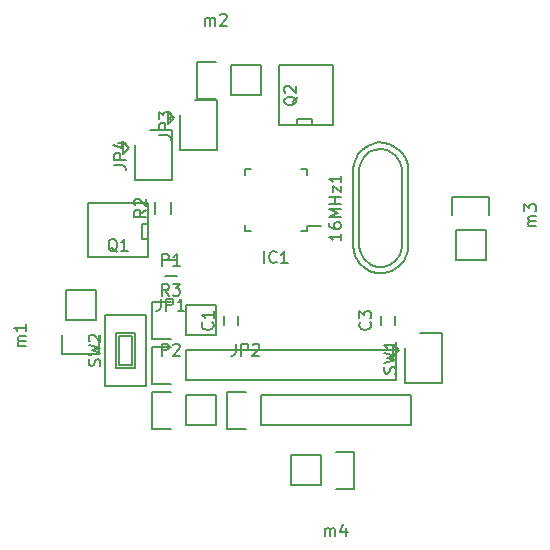
<source format=gbr>
G04 #@! TF.FileFunction,Legend,Top*
%FSLAX46Y46*%
G04 Gerber Fmt 4.6, Leading zero omitted, Abs format (unit mm)*
G04 Created by KiCad (PCBNEW 4.0.3+e1-6302~38~ubuntu16.04.1-stable) date Mon Aug 29 22:27:36 2016*
%MOMM*%
%LPD*%
G01*
G04 APERTURE LIST*
%ADD10C,0.100000*%
%ADD11C,0.150000*%
G04 APERTURE END LIST*
D10*
D11*
X87899240Y-73406000D02*
X88300560Y-73205340D01*
X88300560Y-73205340D02*
X88900000Y-73103740D01*
X88900000Y-73103740D02*
X89400380Y-73205340D01*
X89400380Y-73205340D02*
X90098880Y-73604120D01*
X90098880Y-73604120D02*
X90500200Y-74206100D01*
X90500200Y-74206100D02*
X90700860Y-74805540D01*
X90700860Y-74805540D02*
X90700860Y-81404460D01*
X90700860Y-81404460D02*
X90500200Y-82105500D01*
X90500200Y-82105500D02*
X90200480Y-82504280D01*
X90200480Y-82504280D02*
X89700100Y-82905600D01*
X89700100Y-82905600D02*
X89100660Y-83106260D01*
X89100660Y-83106260D02*
X88600280Y-83106260D01*
X88600280Y-83106260D02*
X88099900Y-82905600D01*
X88099900Y-82905600D02*
X87500460Y-82405220D01*
X87500460Y-82405220D02*
X87200740Y-81904840D01*
X87200740Y-81904840D02*
X87099140Y-81404460D01*
X87099140Y-81305400D02*
X87099140Y-74703940D01*
X87099140Y-74703940D02*
X87200740Y-74305160D01*
X87200740Y-74305160D02*
X87500460Y-73804780D01*
X87500460Y-73804780D02*
X88000840Y-73304400D01*
X86570820Y-81295240D02*
X86619080Y-81754980D01*
X86619080Y-81754980D02*
X86730840Y-82153760D01*
X86730840Y-82153760D02*
X86949280Y-82585560D01*
X86949280Y-82585560D02*
X87180420Y-82875120D01*
X87180420Y-82875120D02*
X87530940Y-83205320D01*
X87530940Y-83205320D02*
X88069420Y-83494880D01*
X88069420Y-83494880D02*
X88668860Y-83624420D01*
X88668860Y-83624420D02*
X89179400Y-83624420D01*
X89179400Y-83624420D02*
X89880440Y-83454240D01*
X89880440Y-83454240D02*
X90469720Y-83055460D01*
X90469720Y-83055460D02*
X90840560Y-82595720D01*
X90840560Y-82595720D02*
X91048840Y-82174080D01*
X91048840Y-82174080D02*
X91208860Y-81724500D01*
X91208860Y-81724500D02*
X91239340Y-81285080D01*
X91020900Y-73944480D02*
X90799920Y-73566020D01*
X90799920Y-73566020D02*
X90520520Y-73245980D01*
X90520520Y-73245980D02*
X90190320Y-72994520D01*
X90190320Y-72994520D02*
X89639140Y-72694800D01*
X89639140Y-72694800D02*
X89169240Y-72585580D01*
X89169240Y-72585580D02*
X88709500Y-72565260D01*
X88709500Y-72565260D02*
X88249760Y-72654160D01*
X88249760Y-72654160D02*
X87800180Y-72844660D01*
X87800180Y-72844660D02*
X87330280Y-73205340D01*
X87330280Y-73205340D02*
X87010240Y-73555860D01*
X87010240Y-73555860D02*
X86779100Y-73944480D01*
X86779100Y-73944480D02*
X86639400Y-74373740D01*
X86639400Y-74373740D02*
X86570820Y-74815700D01*
X91229180Y-81305400D02*
X91229180Y-74853800D01*
X91229180Y-74853800D02*
X91191080Y-74434700D01*
X91191080Y-74434700D02*
X91020900Y-73944480D01*
X86570820Y-81305400D02*
X86570820Y-74853800D01*
X75600000Y-87980000D02*
X75600000Y-87280000D01*
X76800000Y-87280000D02*
X76800000Y-87980000D01*
X88935000Y-87980000D02*
X88935000Y-87280000D01*
X90135000Y-87280000D02*
X90135000Y-87980000D01*
X82635000Y-80095000D02*
X82635000Y-79670000D01*
X77385000Y-80095000D02*
X77385000Y-79585000D01*
X77385000Y-74845000D02*
X77385000Y-75355000D01*
X82635000Y-74845000D02*
X82635000Y-75355000D01*
X82635000Y-80095000D02*
X82125000Y-80095000D01*
X82635000Y-74845000D02*
X82125000Y-74845000D01*
X77385000Y-74845000D02*
X77895000Y-74845000D01*
X77385000Y-80095000D02*
X77895000Y-80095000D01*
X82635000Y-79670000D02*
X83860000Y-79670000D01*
X72390000Y-92710000D02*
X90170000Y-92710000D01*
X90170000Y-92710000D02*
X90170000Y-90170000D01*
X90170000Y-90170000D02*
X72390000Y-90170000D01*
X69570000Y-92990000D02*
X71120000Y-92990000D01*
X72390000Y-92710000D02*
X72390000Y-90170000D01*
X71120000Y-89890000D02*
X69570000Y-89890000D01*
X69570000Y-89890000D02*
X69570000Y-92990000D01*
X78740000Y-96520000D02*
X91440000Y-96520000D01*
X91440000Y-96520000D02*
X91440000Y-93980000D01*
X91440000Y-93980000D02*
X78740000Y-93980000D01*
X75920000Y-96800000D02*
X77470000Y-96800000D01*
X78740000Y-96520000D02*
X78740000Y-93980000D01*
X77470000Y-93700000D02*
X75920000Y-93700000D01*
X75920000Y-93700000D02*
X75920000Y-96800000D01*
X73145000Y-68985000D02*
X75075000Y-68985000D01*
X75075000Y-68985000D02*
X75075000Y-73235000D01*
X75075000Y-73235000D02*
X71875000Y-73235000D01*
X71875000Y-73235000D02*
X71875000Y-70255000D01*
X71375000Y-70485000D02*
X70875000Y-70985000D01*
X70875000Y-70985000D02*
X70875000Y-69985000D01*
X70875000Y-69985000D02*
X71375000Y-70485000D01*
X69335000Y-71525000D02*
X71265000Y-71525000D01*
X71265000Y-71525000D02*
X71265000Y-75775000D01*
X71265000Y-75775000D02*
X68065000Y-75775000D01*
X68065000Y-75775000D02*
X68065000Y-72795000D01*
X67565000Y-73025000D02*
X67065000Y-73525000D01*
X67065000Y-73525000D02*
X67065000Y-72525000D01*
X67065000Y-72525000D02*
X67565000Y-73025000D01*
X65050000Y-90450000D02*
X65050000Y-88900000D01*
X64770000Y-85090000D02*
X64770000Y-87630000D01*
X64770000Y-87630000D02*
X62230000Y-87630000D01*
X61950000Y-88900000D02*
X61950000Y-90450000D01*
X61950000Y-90450000D02*
X65050000Y-90450000D01*
X62230000Y-87630000D02*
X62230000Y-85090000D01*
X62230000Y-85090000D02*
X64770000Y-85090000D01*
X73380000Y-68860000D02*
X74930000Y-68860000D01*
X78740000Y-68580000D02*
X76200000Y-68580000D01*
X76200000Y-68580000D02*
X76200000Y-66040000D01*
X74930000Y-65760000D02*
X73380000Y-65760000D01*
X73380000Y-65760000D02*
X73380000Y-68860000D01*
X76200000Y-66040000D02*
X78740000Y-66040000D01*
X78740000Y-66040000D02*
X78740000Y-68580000D01*
X94970000Y-77190000D02*
X94970000Y-78740000D01*
X95250000Y-82550000D02*
X95250000Y-80010000D01*
X95250000Y-80010000D02*
X97790000Y-80010000D01*
X98070000Y-78740000D02*
X98070000Y-77190000D01*
X98070000Y-77190000D02*
X94970000Y-77190000D01*
X97790000Y-80010000D02*
X97790000Y-82550000D01*
X97790000Y-82550000D02*
X95250000Y-82550000D01*
X86640000Y-98780000D02*
X85090000Y-98780000D01*
X81280000Y-99060000D02*
X83820000Y-99060000D01*
X83820000Y-99060000D02*
X83820000Y-101600000D01*
X85090000Y-101880000D02*
X86640000Y-101880000D01*
X86640000Y-101880000D02*
X86640000Y-98780000D01*
X83820000Y-101600000D02*
X81280000Y-101600000D01*
X81280000Y-101600000D02*
X81280000Y-99060000D01*
X69570000Y-89180000D02*
X71120000Y-89180000D01*
X74930000Y-88900000D02*
X72390000Y-88900000D01*
X72390000Y-88900000D02*
X72390000Y-86360000D01*
X71120000Y-86080000D02*
X69570000Y-86080000D01*
X69570000Y-86080000D02*
X69570000Y-89180000D01*
X72390000Y-86360000D02*
X74930000Y-86360000D01*
X74930000Y-86360000D02*
X74930000Y-88900000D01*
X69570000Y-96800000D02*
X71120000Y-96800000D01*
X74930000Y-96520000D02*
X72390000Y-96520000D01*
X72390000Y-96520000D02*
X72390000Y-93980000D01*
X71120000Y-93700000D02*
X69570000Y-93700000D01*
X69570000Y-93700000D02*
X69570000Y-96800000D01*
X72390000Y-93980000D02*
X74930000Y-93980000D01*
X74930000Y-93980000D02*
X74930000Y-96520000D01*
X69215000Y-82296000D02*
X64135000Y-82296000D01*
X64135000Y-82296000D02*
X64135000Y-77724000D01*
X64135000Y-77724000D02*
X69215000Y-77724000D01*
X69215000Y-77724000D02*
X69215000Y-82296000D01*
X69215000Y-80772000D02*
X68707000Y-80772000D01*
X68707000Y-80772000D02*
X68707000Y-79502000D01*
X68707000Y-79502000D02*
X69215000Y-79502000D01*
X80264000Y-71120000D02*
X80264000Y-66040000D01*
X80264000Y-66040000D02*
X84836000Y-66040000D01*
X84836000Y-66040000D02*
X84836000Y-71120000D01*
X84836000Y-71120000D02*
X80264000Y-71120000D01*
X81788000Y-71120000D02*
X81788000Y-70612000D01*
X81788000Y-70612000D02*
X83058000Y-70612000D01*
X83058000Y-70612000D02*
X83058000Y-71120000D01*
X71160000Y-77605000D02*
X71160000Y-78605000D01*
X69810000Y-78605000D02*
X69810000Y-77605000D01*
X70620000Y-82510000D02*
X71620000Y-82510000D01*
X71620000Y-83860000D02*
X70620000Y-83860000D01*
X92195000Y-88670000D02*
X94125000Y-88670000D01*
X94125000Y-88670000D02*
X94125000Y-92920000D01*
X94125000Y-92920000D02*
X90925000Y-92920000D01*
X90925000Y-92920000D02*
X90925000Y-89940000D01*
X90425000Y-90170000D02*
X89925000Y-90670000D01*
X89925000Y-90670000D02*
X89925000Y-89670000D01*
X89925000Y-89670000D02*
X90425000Y-90170000D01*
X66759780Y-91409890D02*
X66759780Y-88909890D01*
X66759780Y-88909890D02*
X67859780Y-88909890D01*
X67859780Y-88909890D02*
X67859780Y-91409890D01*
X67859780Y-91409890D02*
X66759780Y-91409890D01*
X68109780Y-91659890D02*
X68109780Y-88659890D01*
X66509780Y-91659890D02*
X66509780Y-88659890D01*
X66509780Y-88659890D02*
X68109780Y-88659890D01*
X66509780Y-91659890D02*
X68109780Y-91659890D01*
X69059780Y-93159890D02*
X69059780Y-87159890D01*
X65559780Y-93159890D02*
X65559780Y-87159890D01*
X65559780Y-93159890D02*
X69059780Y-93159890D01*
X65559780Y-87159890D02*
X69059780Y-87159890D01*
X85542381Y-80271666D02*
X85542381Y-80843095D01*
X85542381Y-80557381D02*
X84542381Y-80557381D01*
X84685238Y-80652619D01*
X84780476Y-80747857D01*
X84828095Y-80843095D01*
X84542381Y-79414523D02*
X84542381Y-79605000D01*
X84590000Y-79700238D01*
X84637619Y-79747857D01*
X84780476Y-79843095D01*
X84970952Y-79890714D01*
X85351905Y-79890714D01*
X85447143Y-79843095D01*
X85494762Y-79795476D01*
X85542381Y-79700238D01*
X85542381Y-79509761D01*
X85494762Y-79414523D01*
X85447143Y-79366904D01*
X85351905Y-79319285D01*
X85113810Y-79319285D01*
X85018571Y-79366904D01*
X84970952Y-79414523D01*
X84923333Y-79509761D01*
X84923333Y-79700238D01*
X84970952Y-79795476D01*
X85018571Y-79843095D01*
X85113810Y-79890714D01*
X85542381Y-78890714D02*
X84542381Y-78890714D01*
X85256667Y-78557380D01*
X84542381Y-78224047D01*
X85542381Y-78224047D01*
X85542381Y-77747857D02*
X84542381Y-77747857D01*
X85018571Y-77747857D02*
X85018571Y-77176428D01*
X85542381Y-77176428D02*
X84542381Y-77176428D01*
X84875714Y-76795476D02*
X84875714Y-76271666D01*
X85542381Y-76795476D01*
X85542381Y-76271666D01*
X85542381Y-75366904D02*
X85542381Y-75938333D01*
X85542381Y-75652619D02*
X84542381Y-75652619D01*
X84685238Y-75747857D01*
X84780476Y-75843095D01*
X84828095Y-75938333D01*
X74657143Y-87796666D02*
X74704762Y-87844285D01*
X74752381Y-87987142D01*
X74752381Y-88082380D01*
X74704762Y-88225238D01*
X74609524Y-88320476D01*
X74514286Y-88368095D01*
X74323810Y-88415714D01*
X74180952Y-88415714D01*
X73990476Y-88368095D01*
X73895238Y-88320476D01*
X73800000Y-88225238D01*
X73752381Y-88082380D01*
X73752381Y-87987142D01*
X73800000Y-87844285D01*
X73847619Y-87796666D01*
X74752381Y-86844285D02*
X74752381Y-87415714D01*
X74752381Y-87130000D02*
X73752381Y-87130000D01*
X73895238Y-87225238D01*
X73990476Y-87320476D01*
X74038095Y-87415714D01*
X87992143Y-87796666D02*
X88039762Y-87844285D01*
X88087381Y-87987142D01*
X88087381Y-88082380D01*
X88039762Y-88225238D01*
X87944524Y-88320476D01*
X87849286Y-88368095D01*
X87658810Y-88415714D01*
X87515952Y-88415714D01*
X87325476Y-88368095D01*
X87230238Y-88320476D01*
X87135000Y-88225238D01*
X87087381Y-88082380D01*
X87087381Y-87987142D01*
X87135000Y-87844285D01*
X87182619Y-87796666D01*
X87087381Y-87463333D02*
X87087381Y-86844285D01*
X87468333Y-87177619D01*
X87468333Y-87034761D01*
X87515952Y-86939523D01*
X87563571Y-86891904D01*
X87658810Y-86844285D01*
X87896905Y-86844285D01*
X87992143Y-86891904D01*
X88039762Y-86939523D01*
X88087381Y-87034761D01*
X88087381Y-87320476D01*
X88039762Y-87415714D01*
X87992143Y-87463333D01*
X79033810Y-82772381D02*
X79033810Y-81772381D01*
X80081429Y-82677143D02*
X80033810Y-82724762D01*
X79890953Y-82772381D01*
X79795715Y-82772381D01*
X79652857Y-82724762D01*
X79557619Y-82629524D01*
X79510000Y-82534286D01*
X79462381Y-82343810D01*
X79462381Y-82200952D01*
X79510000Y-82010476D01*
X79557619Y-81915238D01*
X79652857Y-81820000D01*
X79795715Y-81772381D01*
X79890953Y-81772381D01*
X80033810Y-81820000D01*
X80081429Y-81867619D01*
X81033810Y-82772381D02*
X80462381Y-82772381D01*
X80748095Y-82772381D02*
X80748095Y-81772381D01*
X80652857Y-81915238D01*
X80557619Y-82010476D01*
X80462381Y-82058095D01*
X70286667Y-85792381D02*
X70286667Y-86506667D01*
X70239047Y-86649524D01*
X70143809Y-86744762D01*
X70000952Y-86792381D01*
X69905714Y-86792381D01*
X70762857Y-86792381D02*
X70762857Y-85792381D01*
X71143810Y-85792381D01*
X71239048Y-85840000D01*
X71286667Y-85887619D01*
X71334286Y-85982857D01*
X71334286Y-86125714D01*
X71286667Y-86220952D01*
X71239048Y-86268571D01*
X71143810Y-86316190D01*
X70762857Y-86316190D01*
X72286667Y-86792381D02*
X71715238Y-86792381D01*
X72000952Y-86792381D02*
X72000952Y-85792381D01*
X71905714Y-85935238D01*
X71810476Y-86030476D01*
X71715238Y-86078095D01*
X76636667Y-89602381D02*
X76636667Y-90316667D01*
X76589047Y-90459524D01*
X76493809Y-90554762D01*
X76350952Y-90602381D01*
X76255714Y-90602381D01*
X77112857Y-90602381D02*
X77112857Y-89602381D01*
X77493810Y-89602381D01*
X77589048Y-89650000D01*
X77636667Y-89697619D01*
X77684286Y-89792857D01*
X77684286Y-89935714D01*
X77636667Y-90030952D01*
X77589048Y-90078571D01*
X77493810Y-90126190D01*
X77112857Y-90126190D01*
X78065238Y-89697619D02*
X78112857Y-89650000D01*
X78208095Y-89602381D01*
X78446191Y-89602381D01*
X78541429Y-89650000D01*
X78589048Y-89697619D01*
X78636667Y-89792857D01*
X78636667Y-89888095D01*
X78589048Y-90030952D01*
X78017619Y-90602381D01*
X78636667Y-90602381D01*
X70127381Y-71943333D02*
X70841667Y-71943333D01*
X70984524Y-71990953D01*
X71079762Y-72086191D01*
X71127381Y-72229048D01*
X71127381Y-72324286D01*
X71127381Y-71467143D02*
X70127381Y-71467143D01*
X70127381Y-71086190D01*
X70175000Y-70990952D01*
X70222619Y-70943333D01*
X70317857Y-70895714D01*
X70460714Y-70895714D01*
X70555952Y-70943333D01*
X70603571Y-70990952D01*
X70651190Y-71086190D01*
X70651190Y-71467143D01*
X70127381Y-70562381D02*
X70127381Y-69943333D01*
X70508333Y-70276667D01*
X70508333Y-70133809D01*
X70555952Y-70038571D01*
X70603571Y-69990952D01*
X70698810Y-69943333D01*
X70936905Y-69943333D01*
X71032143Y-69990952D01*
X71079762Y-70038571D01*
X71127381Y-70133809D01*
X71127381Y-70419524D01*
X71079762Y-70514762D01*
X71032143Y-70562381D01*
X66317381Y-74483333D02*
X67031667Y-74483333D01*
X67174524Y-74530953D01*
X67269762Y-74626191D01*
X67317381Y-74769048D01*
X67317381Y-74864286D01*
X67317381Y-74007143D02*
X66317381Y-74007143D01*
X66317381Y-73626190D01*
X66365000Y-73530952D01*
X66412619Y-73483333D01*
X66507857Y-73435714D01*
X66650714Y-73435714D01*
X66745952Y-73483333D01*
X66793571Y-73530952D01*
X66841190Y-73626190D01*
X66841190Y-74007143D01*
X66650714Y-72578571D02*
X67317381Y-72578571D01*
X66269762Y-72816667D02*
X66984048Y-73054762D01*
X66984048Y-72435714D01*
X58852381Y-89804762D02*
X58185714Y-89804762D01*
X58280952Y-89804762D02*
X58233333Y-89757143D01*
X58185714Y-89661905D01*
X58185714Y-89519047D01*
X58233333Y-89423809D01*
X58328571Y-89376190D01*
X58852381Y-89376190D01*
X58328571Y-89376190D02*
X58233333Y-89328571D01*
X58185714Y-89233333D01*
X58185714Y-89090476D01*
X58233333Y-88995238D01*
X58328571Y-88947619D01*
X58852381Y-88947619D01*
X58852381Y-87947619D02*
X58852381Y-88519048D01*
X58852381Y-88233334D02*
X57852381Y-88233334D01*
X57995238Y-88328572D01*
X58090476Y-88423810D01*
X58138095Y-88519048D01*
X74025238Y-62662381D02*
X74025238Y-61995714D01*
X74025238Y-62090952D02*
X74072857Y-62043333D01*
X74168095Y-61995714D01*
X74310953Y-61995714D01*
X74406191Y-62043333D01*
X74453810Y-62138571D01*
X74453810Y-62662381D01*
X74453810Y-62138571D02*
X74501429Y-62043333D01*
X74596667Y-61995714D01*
X74739524Y-61995714D01*
X74834762Y-62043333D01*
X74882381Y-62138571D01*
X74882381Y-62662381D01*
X75310952Y-61757619D02*
X75358571Y-61710000D01*
X75453809Y-61662381D01*
X75691905Y-61662381D01*
X75787143Y-61710000D01*
X75834762Y-61757619D01*
X75882381Y-61852857D01*
X75882381Y-61948095D01*
X75834762Y-62090952D01*
X75263333Y-62662381D01*
X75882381Y-62662381D01*
X102072381Y-79644762D02*
X101405714Y-79644762D01*
X101500952Y-79644762D02*
X101453333Y-79597143D01*
X101405714Y-79501905D01*
X101405714Y-79359047D01*
X101453333Y-79263809D01*
X101548571Y-79216190D01*
X102072381Y-79216190D01*
X101548571Y-79216190D02*
X101453333Y-79168571D01*
X101405714Y-79073333D01*
X101405714Y-78930476D01*
X101453333Y-78835238D01*
X101548571Y-78787619D01*
X102072381Y-78787619D01*
X101072381Y-78406667D02*
X101072381Y-77787619D01*
X101453333Y-78120953D01*
X101453333Y-77978095D01*
X101500952Y-77882857D01*
X101548571Y-77835238D01*
X101643810Y-77787619D01*
X101881905Y-77787619D01*
X101977143Y-77835238D01*
X102024762Y-77882857D01*
X102072381Y-77978095D01*
X102072381Y-78263810D01*
X102024762Y-78359048D01*
X101977143Y-78406667D01*
X84185238Y-105882381D02*
X84185238Y-105215714D01*
X84185238Y-105310952D02*
X84232857Y-105263333D01*
X84328095Y-105215714D01*
X84470953Y-105215714D01*
X84566191Y-105263333D01*
X84613810Y-105358571D01*
X84613810Y-105882381D01*
X84613810Y-105358571D02*
X84661429Y-105263333D01*
X84756667Y-105215714D01*
X84899524Y-105215714D01*
X84994762Y-105263333D01*
X85042381Y-105358571D01*
X85042381Y-105882381D01*
X85947143Y-105215714D02*
X85947143Y-105882381D01*
X85709047Y-104834762D02*
X85470952Y-105549048D01*
X86090000Y-105549048D01*
X70381905Y-82982381D02*
X70381905Y-81982381D01*
X70762858Y-81982381D01*
X70858096Y-82030000D01*
X70905715Y-82077619D01*
X70953334Y-82172857D01*
X70953334Y-82315714D01*
X70905715Y-82410952D01*
X70858096Y-82458571D01*
X70762858Y-82506190D01*
X70381905Y-82506190D01*
X71905715Y-82982381D02*
X71334286Y-82982381D01*
X71620000Y-82982381D02*
X71620000Y-81982381D01*
X71524762Y-82125238D01*
X71429524Y-82220476D01*
X71334286Y-82268095D01*
X70381905Y-90602381D02*
X70381905Y-89602381D01*
X70762858Y-89602381D01*
X70858096Y-89650000D01*
X70905715Y-89697619D01*
X70953334Y-89792857D01*
X70953334Y-89935714D01*
X70905715Y-90030952D01*
X70858096Y-90078571D01*
X70762858Y-90126190D01*
X70381905Y-90126190D01*
X71334286Y-89697619D02*
X71381905Y-89650000D01*
X71477143Y-89602381D01*
X71715239Y-89602381D01*
X71810477Y-89650000D01*
X71858096Y-89697619D01*
X71905715Y-89792857D01*
X71905715Y-89888095D01*
X71858096Y-90030952D01*
X71286667Y-90602381D01*
X71905715Y-90602381D01*
X66579762Y-81827619D02*
X66484524Y-81780000D01*
X66389286Y-81684762D01*
X66246429Y-81541905D01*
X66151190Y-81494286D01*
X66055952Y-81494286D01*
X66103571Y-81732381D02*
X66008333Y-81684762D01*
X65913095Y-81589524D01*
X65865476Y-81399048D01*
X65865476Y-81065714D01*
X65913095Y-80875238D01*
X66008333Y-80780000D01*
X66103571Y-80732381D01*
X66294048Y-80732381D01*
X66389286Y-80780000D01*
X66484524Y-80875238D01*
X66532143Y-81065714D01*
X66532143Y-81399048D01*
X66484524Y-81589524D01*
X66389286Y-81684762D01*
X66294048Y-81732381D01*
X66103571Y-81732381D01*
X67484524Y-81732381D02*
X66913095Y-81732381D01*
X67198809Y-81732381D02*
X67198809Y-80732381D01*
X67103571Y-80875238D01*
X67008333Y-80970476D01*
X66913095Y-81018095D01*
X81827619Y-68675238D02*
X81780000Y-68770476D01*
X81684762Y-68865714D01*
X81541905Y-69008571D01*
X81494286Y-69103810D01*
X81494286Y-69199048D01*
X81732381Y-69151429D02*
X81684762Y-69246667D01*
X81589524Y-69341905D01*
X81399048Y-69389524D01*
X81065714Y-69389524D01*
X80875238Y-69341905D01*
X80780000Y-69246667D01*
X80732381Y-69151429D01*
X80732381Y-68960952D01*
X80780000Y-68865714D01*
X80875238Y-68770476D01*
X81065714Y-68722857D01*
X81399048Y-68722857D01*
X81589524Y-68770476D01*
X81684762Y-68865714D01*
X81732381Y-68960952D01*
X81732381Y-69151429D01*
X80827619Y-68341905D02*
X80780000Y-68294286D01*
X80732381Y-68199048D01*
X80732381Y-67960952D01*
X80780000Y-67865714D01*
X80827619Y-67818095D01*
X80922857Y-67770476D01*
X81018095Y-67770476D01*
X81160952Y-67818095D01*
X81732381Y-68389524D01*
X81732381Y-67770476D01*
X69037381Y-78271666D02*
X68561190Y-78605000D01*
X69037381Y-78843095D02*
X68037381Y-78843095D01*
X68037381Y-78462142D01*
X68085000Y-78366904D01*
X68132619Y-78319285D01*
X68227857Y-78271666D01*
X68370714Y-78271666D01*
X68465952Y-78319285D01*
X68513571Y-78366904D01*
X68561190Y-78462142D01*
X68561190Y-78843095D01*
X68132619Y-77890714D02*
X68085000Y-77843095D01*
X68037381Y-77747857D01*
X68037381Y-77509761D01*
X68085000Y-77414523D01*
X68132619Y-77366904D01*
X68227857Y-77319285D01*
X68323095Y-77319285D01*
X68465952Y-77366904D01*
X69037381Y-77938333D01*
X69037381Y-77319285D01*
X70953334Y-85537381D02*
X70620000Y-85061190D01*
X70381905Y-85537381D02*
X70381905Y-84537381D01*
X70762858Y-84537381D01*
X70858096Y-84585000D01*
X70905715Y-84632619D01*
X70953334Y-84727857D01*
X70953334Y-84870714D01*
X70905715Y-84965952D01*
X70858096Y-85013571D01*
X70762858Y-85061190D01*
X70381905Y-85061190D01*
X71286667Y-84537381D02*
X71905715Y-84537381D01*
X71572381Y-84918333D01*
X71715239Y-84918333D01*
X71810477Y-84965952D01*
X71858096Y-85013571D01*
X71905715Y-85108810D01*
X71905715Y-85346905D01*
X71858096Y-85442143D01*
X71810477Y-85489762D01*
X71715239Y-85537381D01*
X71429524Y-85537381D01*
X71334286Y-85489762D01*
X71286667Y-85442143D01*
X90129762Y-92128333D02*
X90177381Y-91985476D01*
X90177381Y-91747380D01*
X90129762Y-91652142D01*
X90082143Y-91604523D01*
X89986905Y-91556904D01*
X89891667Y-91556904D01*
X89796429Y-91604523D01*
X89748810Y-91652142D01*
X89701190Y-91747380D01*
X89653571Y-91937857D01*
X89605952Y-92033095D01*
X89558333Y-92080714D01*
X89463095Y-92128333D01*
X89367857Y-92128333D01*
X89272619Y-92080714D01*
X89225000Y-92033095D01*
X89177381Y-91937857D01*
X89177381Y-91699761D01*
X89225000Y-91556904D01*
X89177381Y-91223571D02*
X90177381Y-90985476D01*
X89463095Y-90794999D01*
X90177381Y-90604523D01*
X89177381Y-90366428D01*
X90177381Y-89461666D02*
X90177381Y-90033095D01*
X90177381Y-89747381D02*
X89177381Y-89747381D01*
X89320238Y-89842619D01*
X89415476Y-89937857D01*
X89463095Y-90033095D01*
X65114542Y-91493223D02*
X65162161Y-91350366D01*
X65162161Y-91112270D01*
X65114542Y-91017032D01*
X65066923Y-90969413D01*
X64971685Y-90921794D01*
X64876447Y-90921794D01*
X64781209Y-90969413D01*
X64733590Y-91017032D01*
X64685970Y-91112270D01*
X64638351Y-91302747D01*
X64590732Y-91397985D01*
X64543113Y-91445604D01*
X64447875Y-91493223D01*
X64352637Y-91493223D01*
X64257399Y-91445604D01*
X64209780Y-91397985D01*
X64162161Y-91302747D01*
X64162161Y-91064651D01*
X64209780Y-90921794D01*
X64162161Y-90588461D02*
X65162161Y-90350366D01*
X64447875Y-90159889D01*
X65162161Y-89969413D01*
X64162161Y-89731318D01*
X64257399Y-89397985D02*
X64209780Y-89350366D01*
X64162161Y-89255128D01*
X64162161Y-89017032D01*
X64209780Y-88921794D01*
X64257399Y-88874175D01*
X64352637Y-88826556D01*
X64447875Y-88826556D01*
X64590732Y-88874175D01*
X65162161Y-89445604D01*
X65162161Y-88826556D01*
M02*

</source>
